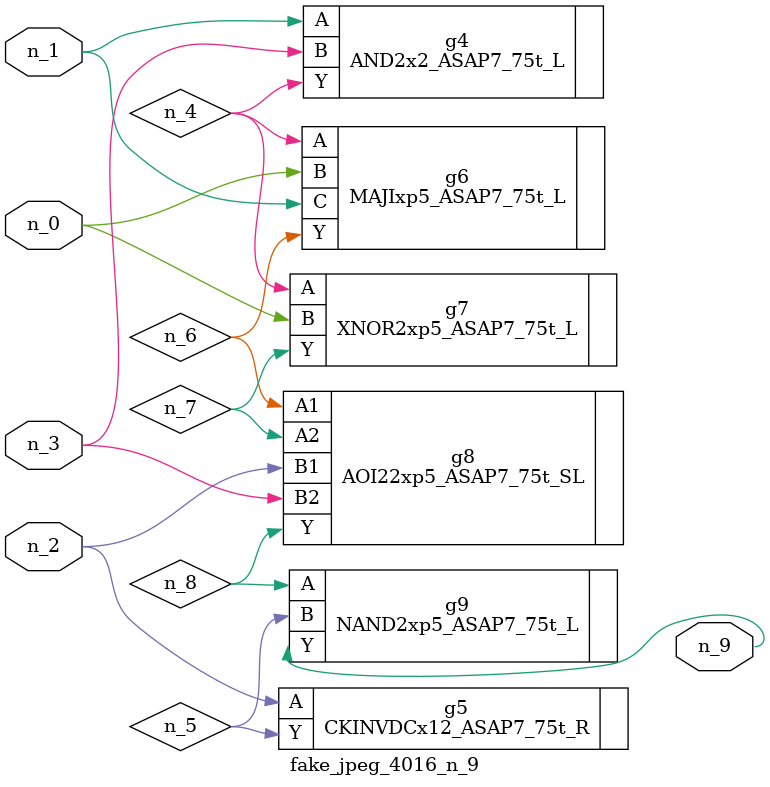
<source format=v>
module fake_jpeg_4016_n_9 (n_0, n_3, n_2, n_1, n_9);

input n_0;
input n_3;
input n_2;
input n_1;

output n_9;

wire n_4;
wire n_8;
wire n_6;
wire n_5;
wire n_7;

AND2x2_ASAP7_75t_L g4 ( 
.A(n_1),
.B(n_3),
.Y(n_4)
);

CKINVDCx12_ASAP7_75t_R g5 ( 
.A(n_2),
.Y(n_5)
);

MAJIxp5_ASAP7_75t_L g6 ( 
.A(n_4),
.B(n_0),
.C(n_1),
.Y(n_6)
);

AOI22xp5_ASAP7_75t_SL g8 ( 
.A1(n_6),
.A2(n_7),
.B1(n_2),
.B2(n_3),
.Y(n_8)
);

XNOR2xp5_ASAP7_75t_L g7 ( 
.A(n_4),
.B(n_0),
.Y(n_7)
);

NAND2xp5_ASAP7_75t_L g9 ( 
.A(n_8),
.B(n_5),
.Y(n_9)
);


endmodule
</source>
